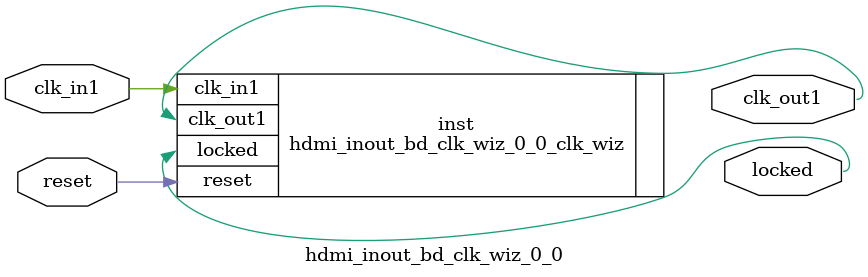
<source format=v>


`timescale 1ps/1ps

(* CORE_GENERATION_INFO = "hdmi_inout_bd_clk_wiz_0_0,clk_wiz_v6_0_3_0_0,{component_name=hdmi_inout_bd_clk_wiz_0_0,use_phase_alignment=true,use_min_o_jitter=false,use_max_i_jitter=false,use_dyn_phase_shift=false,use_inclk_switchover=false,use_dyn_reconfig=false,enable_axi=0,feedback_source=FDBK_AUTO,PRIMITIVE=MMCM,num_out_clk=1,clkin1_period=8.000,clkin2_period=10.000,use_power_down=false,use_reset=true,use_locked=true,use_inclk_stopped=false,feedback_type=SINGLE,CLOCK_MGR_TYPE=NA,manual_override=false}" *)

module hdmi_inout_bd_clk_wiz_0_0 
 (
  // Clock out ports
  output        clk_out1,
  // Status and control signals
  input         reset,
  output        locked,
 // Clock in ports
  input         clk_in1
 );

  hdmi_inout_bd_clk_wiz_0_0_clk_wiz inst
  (
  // Clock out ports  
  .clk_out1(clk_out1),
  // Status and control signals               
  .reset(reset), 
  .locked(locked),
 // Clock in ports
  .clk_in1(clk_in1)
  );

endmodule

</source>
